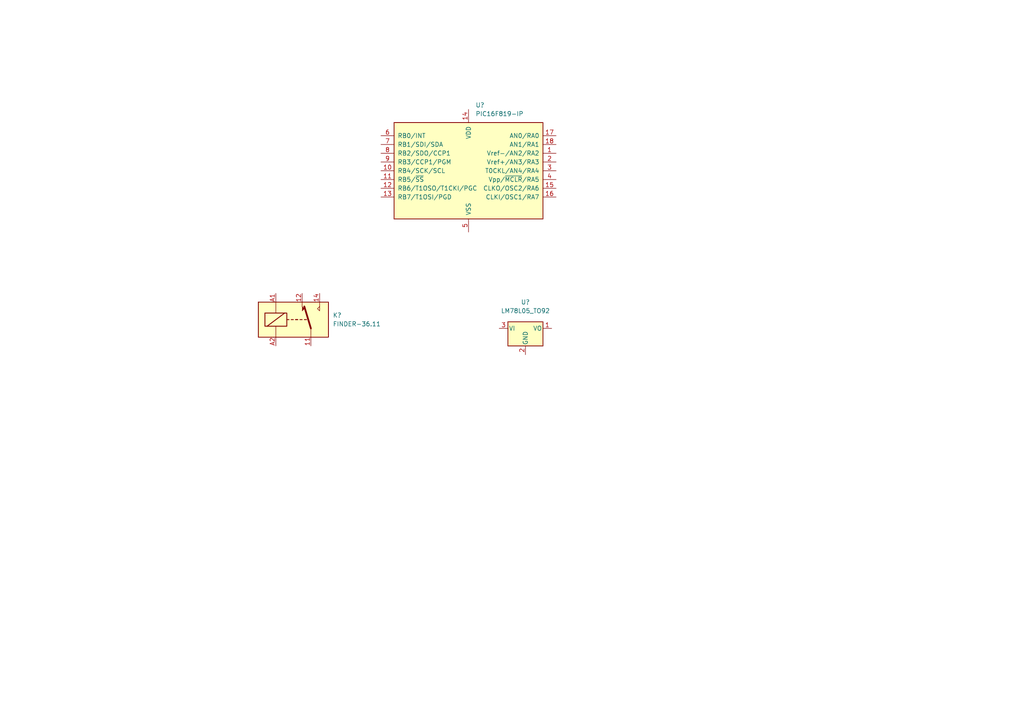
<source format=kicad_sch>
(kicad_sch (version 20211123) (generator eeschema)
  (paper "A4")
  (lib_symbols
    (symbol "MCU_Microchip_PIC16:PIC16F819-IP" (pin_names (offset 1.016))
      (property "Reference" "U" (at 3.81 17.78 0))
      (property "Value" "PIC16F819-IP" (at 3.81 15.24 0))
      (symbol "PIC16F819-IP_0_1"
        (rectangle (start -21.59 13.97) (end 21.59 -13.97) (stroke (width 0.254)) (fill (type background)))
      )
      (symbol "PIC16F819-IP_1_1"
        (pin bidirectional line (at 25.4 5.08 180) (length 3.81) (name "Vref-/AN2/RA2") (number "1"))
        (pin bidirectional line (at -25.4 0 0) (length 3.81) (name "RB4/SCK/SCL") (number "10"))
        (pin bidirectional line (at -25.4 -2.54 0) (length 3.81) (name "RB5/~{SS}") (number "11"))
        (pin bidirectional line (at -25.4 -5.08 0) (length 3.81) (name "RB6/T1OSO/T1CKI/PGC") (number "12"))
        (pin bidirectional line (at -25.4 -7.62 0) (length 3.81) (name "RB7/T1OSI/PGD") (number "13"))
        (pin power_in line (at 0 17.78 270) (length 3.81) (name "VDD") (number "14"))
        (pin bidirectional line (at 25.4 -5.08 180) (length 3.81) (name "CLKO/OSC2/RA6") (number "15"))
        (pin bidirectional line (at 25.4 -7.62 180) (length 3.81) (name "CLKI/OSC1/RA7") (number "16"))
        (pin bidirectional line (at 25.4 10.16 180) (length 3.81) (name "AN0/RA0") (number "17"))
        (pin bidirectional line (at 25.4 7.62 180) (length 3.81) (name "AN1/RA1") (number "18"))
        (pin bidirectional line (at 25.4 2.54 180) (length 3.81) (name "Vref+/AN3/RA3") (number "2"))
        (pin bidirectional line (at 25.4 0 180) (length 3.81) (name "T0CKL/AN4/RA4") (number "3"))
        (pin input line (at 25.4 -2.54 180) (length 3.81) (name "Vpp/~{MCLR}/RA5") (number "4"))
        (pin power_in line (at 0 -17.78 90) (length 3.81) (name "VSS") (number "5"))
        (pin bidirectional line (at -25.4 10.16 0) (length 3.81) (name "RB0/INT") (number "6"))
        (pin bidirectional line (at -25.4 7.62 0) (length 3.81) (name "RB1/SDI/SDA") (number "7"))
        (pin bidirectional line (at -25.4 5.08 0) (length 3.81) (name "RB2/SDO/CCP1") (number "8"))
        (pin bidirectional line (at -25.4 2.54 0) (length 3.81) (name "RB3/CCP1/PGM") (number "9"))
      )
    )
    (symbol "Regulator_Linear:LM78L05_TO92" (pin_names (offset 0.254))
      (property "Reference" "U" (at -3.81 3.175 0))
      (property "Value" "LM78L05_TO92" (at 0 3.175 0))
      (symbol "LM78L05_TO92_0_1"
        (rectangle (start -5.08 -5.08) (end 5.08 1.905) (stroke (width 0.254)) (fill (type background)))
      )
      (symbol "LM78L05_TO92_1_1"
        (pin power_out line (at 7.62 0 180) (length 2.54) (name "VO") (number "1"))
        (pin power_in line (at 0 -7.62 90) (length 2.54) (name "GND") (number "2"))
        (pin power_in line (at -7.62 0 0) (length 2.54) (name "VI") (number "3"))
      )
    )
    (symbol "Relay:FINDER-36.11"
      (property "Reference" "K" (at 11.43 3.81 0))
      (property "Value" "FINDER-36.11" (at 11.43 1.27 0))
      (symbol "FINDER-36.11_0_0"
        (polyline (pts (xy 2.54 3.81) (xy 2.54 5.08)))
        (polyline (pts (xy 7.62 3.81) (xy 7.62 5.08)))
        (polyline (pts (xy 7.62 3.81) (xy 7.62 2.54) (xy 6.985 3.175) (xy 7.62 3.81)))
      )
      (symbol "FINDER-36.11_0_1"
        (rectangle (start -10.16 5.08) (end 10.16 -5.08) (stroke (width 0.254)) (fill (type background)))
        (rectangle (start -8.255 1.905) (end -1.905 -1.905) (stroke (width 0.254)))
        (polyline (pts (xy -7.62 -1.905) (xy -2.54 1.905)) (stroke (width 0.254)))
        (polyline (pts (xy -5.08 -5.08) (xy -5.08 -1.905)))
        (polyline (pts (xy -5.08 5.08) (xy -5.08 1.905)))
        (polyline (pts (xy -1.905 0) (xy -1.27 0)) (stroke (width 0.254)))
        (polyline (pts (xy -0.635 0) (xy 0 0)) (stroke (width 0.254)))
        (polyline (pts (xy 0.635 0) (xy 1.27 0)) (stroke (width 0.254)))
        (polyline (pts (xy 0.635 0) (xy 1.27 0)) (stroke (width 0.254)))
        (polyline (pts (xy 1.905 0) (xy 2.54 0)) (stroke (width 0.254)))
        (polyline (pts (xy 3.175 0) (xy 3.81 0)) (stroke (width 0.254)))
        (polyline (pts (xy 5.08 -2.54) (xy 3.175 3.81)) (stroke (width 0.508)))
        (polyline (pts (xy 5.08 -2.54) (xy 5.08 -5.08)))
        (polyline (pts (xy 2.54 2.54) (xy 3.175 3.175) (xy 2.54 3.81)) (fill (type outline)))
      )
      (symbol "FINDER-36.11_1_1"
        (pin passive line (at 5.08 -7.62 90) (length 2.54) (name "~") (number "11"))
        (pin passive line (at 2.54 7.62 270) (length 2.54) (name "~") (number "12"))
        (pin passive line (at 7.62 7.62 270) (length 2.54) (name "~") (number "14"))
        (pin passive line (at -5.08 7.62 270) (length 2.54) (name "~") (number "A1"))
        (pin passive line (at -5.08 -7.62 90) (length 2.54) (name "~") (number "A2"))
      )
    )
  )
  (symbol (lib_id "Relay:FINDER-36.11") (at 85.09 92.71 0) (unit 1)
    (property "Reference" "K?" (at 96.52 91.4399 0) (effects (justify left)))
    (property "Value" "FINDER-36.11" (at 96.52 93.9799 0) (effects (justify left)))
    (property "Footprint" "Relay_THT:Relay_SPDT_Finder_36.11" (effects hide))
    (property "Datasheet" "https://gfinder.findernet.com/public/attachments/36/EN/S36EN.pdf" (effects hide))
  )
  (symbol (lib_id "Regulator_Linear:LM78L05_TO92") (at 152.4 95.25 0) (unit 1)
    (property "Reference" "U?" (at 152.4 87.63 0))
    (property "Value" "LM78L05_TO92" (at 152.4 90.17 0))
    (property "Footprint" "Package_TO_SOT_THT:TO-92_Inline" (effects hide))
    (property "Datasheet" "https://www.onsemi.com/pub/Collateral/MC78L06A-D.pdf" (effects hide))
  )
  (symbol (lib_id "MCU_Microchip_PIC16:PIC16F819-IP") (at 135.89 49.53 0) (unit 1)
    (property "Reference" "U?" (at 137.9094 30.48 0) (effects (justify left)))
    (property "Value" "PIC16F819-IP" (at 137.9094 33.02 0) (effects (justify left)))
    (property "Footprint" "Package_DIP:DIP-18_W7.62mm_Socket_LongPads" (effects hide))
    (property "Datasheet" "http://ww1.microchip.com/downloads/en/DeviceDoc/39598F.pdf" (effects hide))
  )
)
</source>
